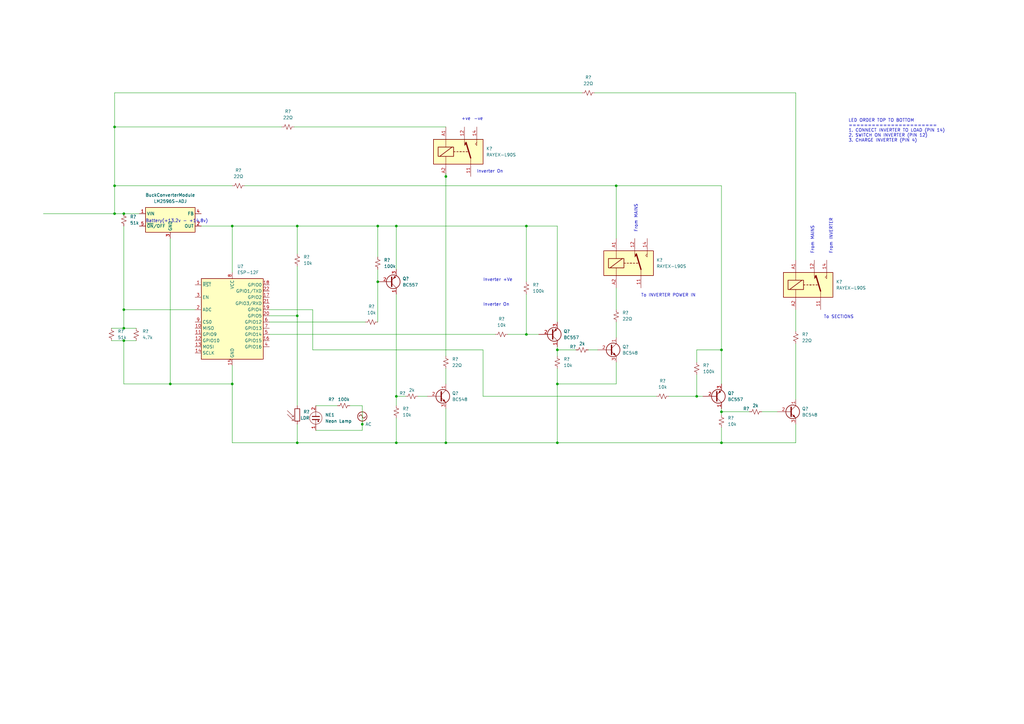
<source format=kicad_sch>
(kicad_sch (version 20211123) (generator eeschema)
  (paper "A3")
  (lib_symbols
    (symbol "Device:Lamp_Neon" (pin_names (offset 0.0254) hide)
      (property "Reference" "NE" (at 0.635 3.81 0))
      (property "Value" "Lamp_Neon" (at 0.635 -3.81 0))
      (symbol "Lamp_Neon_0_1"
        (rectangle (start -1.524 -0.508) (end 1.524 -0.762) (fill (type outline)))
        (rectangle (start -1.524 0.762) (end 1.524 0.508) (fill (type outline)))
        (polyline (pts (xy 0 -2.54) (xy 0 -0.762)))
        (polyline (pts (xy 0 0.762) (xy 0 2.54)))
        (circle (center 0 0) (radius 2.54))
        (circle (center 1.016 -1.27) (radius 0.254) (fill (type outline)))
      )
      (symbol "Lamp_Neon_1_1"
        (pin passive line (at 0 -5.08 90) (length 2.54) (name "~") (number "1"))
        (pin passive line (at 0 5.08 270) (length 2.54) (name "~") (number "2"))
      )
    )
    (symbol "Device:R_Small_US" (pin_numbers hide) (pin_names (offset 0.254) hide)
      (property "Reference" "R" (at 0.762 0.508 0))
      (property "Value" "R_Small_US" (at 0.762 -1.016 0))
      (symbol "R_Small_US_1_1"
        (polyline (pts (xy 0 0) (xy 1.016 -0.381) (xy 0 -0.762) (xy -1.016 -1.143) (xy 0 -1.524)))
        (polyline (pts (xy 0 1.524) (xy 1.016 1.143) (xy 0 0.762) (xy -1.016 0.381) (xy 0 0)))
        (pin passive line (at 0 2.54 270) (length 1.016) (name "~") (number "1"))
        (pin passive line (at 0 -2.54 90) (length 1.016) (name "~") (number "2"))
      )
    )
    (symbol "RF_Module:ESP-12F"
      (property "Reference" "U" (at -12.7 19.05 0))
      (property "Value" "ESP-12F" (at 12.7 19.05 0))
      (symbol "ESP-12F_0_1"
        (rectangle (start -12.7 17.78) (end 12.7 -15.24) (stroke (width 0.254)) (fill (type background)))
      )
      (symbol "ESP-12F_1_1"
        (pin input line (at -15.24 15.24 0) (length 2.54) (name "~{RST}") (number "1"))
        (pin bidirectional line (at -15.24 -2.54 0) (length 2.54) (name "MISO") (number "10"))
        (pin bidirectional line (at -15.24 -5.08 0) (length 2.54) (name "GPIO9") (number "11"))
        (pin bidirectional line (at -15.24 -7.62 0) (length 2.54) (name "GPIO10") (number "12"))
        (pin bidirectional line (at -15.24 -10.16 0) (length 2.54) (name "MOSI") (number "13"))
        (pin bidirectional line (at -15.24 -12.7 0) (length 2.54) (name "SCLK") (number "14"))
        (pin power_in line (at 0 -17.78 90) (length 2.54) (name "GND") (number "15"))
        (pin bidirectional line (at 15.24 -7.62 180) (length 2.54) (name "GPIO15") (number "16"))
        (pin bidirectional line (at 15.24 10.16 180) (length 2.54) (name "GPIO2") (number "17"))
        (pin bidirectional line (at 15.24 15.24 180) (length 2.54) (name "GPIO0") (number "18"))
        (pin bidirectional line (at 15.24 5.08 180) (length 2.54) (name "GPIO4") (number "19"))
        (pin input line (at -15.24 5.08 0) (length 2.54) (name "ADC") (number "2"))
        (pin bidirectional line (at 15.24 2.54 180) (length 2.54) (name "GPIO5") (number "20"))
        (pin bidirectional line (at 15.24 7.62 180) (length 2.54) (name "GPIO3/RXD") (number "21"))
        (pin bidirectional line (at 15.24 12.7 180) (length 2.54) (name "GPIO1/TXD") (number "22"))
        (pin input line (at -15.24 10.16 0) (length 2.54) (name "EN") (number "3"))
        (pin bidirectional line (at 15.24 -10.16 180) (length 2.54) (name "GPIO16") (number "4"))
        (pin bidirectional line (at 15.24 -5.08 180) (length 2.54) (name "GPIO14") (number "5"))
        (pin bidirectional line (at 15.24 0 180) (length 2.54) (name "GPIO12") (number "6"))
        (pin bidirectional line (at 15.24 -2.54 180) (length 2.54) (name "GPIO13") (number "7"))
        (pin power_in line (at 0 20.32 270) (length 2.54) (name "VCC") (number "8"))
        (pin input line (at -15.24 0 0) (length 2.54) (name "CS0") (number "9"))
      )
    )
    (symbol "Regulator_Switching:LM2596S-ADJ"
      (property "Reference" "U" (at -10.16 6.35 0))
      (property "Value" "LM2596S-ADJ" (at 0 6.35 0))
      (symbol "LM2596S-ADJ_0_1"
        (rectangle (start -10.16 5.08) (end 10.16 -5.08) (stroke (width 0.254)) (fill (type background)))
      )
      (symbol "LM2596S-ADJ_1_1"
        (pin power_in line (at -12.7 2.54 0) (length 2.54) (name "VIN") (number "1"))
        (pin output line (at 12.7 -2.54 180) (length 2.54) (name "OUT") (number "2"))
        (pin power_in line (at 0 -7.62 90) (length 2.54) (name "GND") (number "3"))
        (pin input line (at 12.7 2.54 180) (length 2.54) (name "FB") (number "4"))
        (pin input line (at -12.7 -2.54 0) (length 2.54) (name "~{ON}/OFF") (number "5"))
      )
    )
    (symbol "Relay:RAYEX-L90S"
      (property "Reference" "K" (at 11.43 3.81 0))
      (property "Value" "RAYEX-L90S" (at 11.43 1.27 0))
      (symbol "RAYEX-L90S_1_0"
        (polyline (pts (xy 2.54 3.81) (xy 2.54 5.08)))
        (polyline (pts (xy 7.62 3.81) (xy 7.62 5.08)))
        (polyline (pts (xy 7.62 3.81) (xy 7.62 2.54) (xy 6.985 3.175) (xy 7.62 3.81)))
      )
      (symbol "RAYEX-L90S_1_1"
        (rectangle (start -10.16 5.08) (end 10.16 -5.08) (stroke (width 0.254)) (fill (type background)))
        (rectangle (start -8.255 1.905) (end -1.905 -1.905) (stroke (width 0.254)))
        (polyline (pts (xy -7.62 -1.905) (xy -2.54 1.905)) (stroke (width 0.254)))
        (polyline (pts (xy -5.08 -5.08) (xy -5.08 -1.905)))
        (polyline (pts (xy -5.08 5.08) (xy -5.08 1.905)))
        (polyline (pts (xy -1.905 0) (xy -1.27 0)) (stroke (width 0.254)))
        (polyline (pts (xy -0.635 0) (xy 0 0)) (stroke (width 0.254)))
        (polyline (pts (xy 0.635 0) (xy 1.27 0)) (stroke (width 0.254)))
        (polyline (pts (xy 0.635 0) (xy 1.27 0)) (stroke (width 0.254)))
        (polyline (pts (xy 1.905 0) (xy 2.54 0)) (stroke (width 0.254)))
        (polyline (pts (xy 3.175 0) (xy 3.81 0)) (stroke (width 0.254)))
        (polyline (pts (xy 5.08 -2.54) (xy 3.175 3.81)) (stroke (width 0.508)))
        (polyline (pts (xy 5.08 -2.54) (xy 5.08 -5.08)))
        (polyline (pts (xy 2.54 2.54) (xy 3.175 3.175) (xy 2.54 3.81)) (fill (type outline)))
        (pin passive line (at 5.08 -10.16 90) (length 5.08) (name "~") (number "11"))
        (pin passive line (at 2.54 10.16 270) (length 5.08) (name "~") (number "12"))
        (pin passive line (at 7.62 10.16 270) (length 5.08) (name "~") (number "14"))
        (pin passive line (at -5.08 10.16 270) (length 5.08) (name "~") (number "A1"))
        (pin passive line (at -5.08 -10.16 90) (length 5.08) (name "~") (number "A2"))
      )
    )
    (symbol "Sensor_Optical:LDR03" (pin_numbers hide) (pin_names (offset 0))
      (property "Reference" "R" (at -5.08 0 90))
      (property "Value" "LDR03" (at 1.905 0 90))
      (symbol "LDR03_0_1"
        (rectangle (start -1.016 2.54) (end 1.016 -2.54) (stroke (width 0.254)))
        (polyline (pts (xy -1.524 -2.286) (xy -4.064 0.254)))
        (polyline (pts (xy -1.524 -2.286) (xy -2.286 -2.286)))
        (polyline (pts (xy -1.524 -2.286) (xy -1.524 -1.524)))
        (polyline (pts (xy -1.524 -0.762) (xy -4.064 1.778)))
        (polyline (pts (xy -1.524 -0.762) (xy -2.286 -0.762)))
        (polyline (pts (xy -1.524 -0.762) (xy -1.524 0)))
      )
      (symbol "LDR03_1_1"
        (pin passive line (at 0 3.81 270) (length 1.27) (name "~") (number "1"))
        (pin passive line (at 0 -3.81 90) (length 1.27) (name "~") (number "2"))
      )
    )
    (symbol "Transistor_BJT:BC548" (pin_names (offset 0) hide)
      (property "Reference" "Q" (at 5.08 1.905 0))
      (property "Value" "BC548" (at 5.08 0 0))
      (symbol "BC548_0_1"
        (polyline (pts (xy 0 0) (xy 0.635 0)))
        (polyline (pts (xy 0.635 0.635) (xy 2.54 2.54)))
        (polyline (pts (xy 0.635 -0.635) (xy 2.54 -2.54) (xy 2.54 -2.54)))
        (polyline (pts (xy 0.635 1.905) (xy 0.635 -1.905) (xy 0.635 -1.905)) (stroke (width 0.508)))
        (polyline (pts (xy 1.27 -1.778) (xy 1.778 -1.27) (xy 2.286 -2.286) (xy 1.27 -1.778) (xy 1.27 -1.778)) (fill (type outline)))
        (circle (center 1.27 0) (radius 2.8194) (stroke (width 0.254)))
      )
      (symbol "BC548_1_1"
        (pin passive line (at 2.54 5.08 270) (length 2.54) (name "C") (number "1"))
        (pin input line (at -5.08 0 0) (length 5.08) (name "B") (number "2"))
        (pin passive line (at 2.54 -5.08 90) (length 2.54) (name "E") (number "3"))
      )
    )
    (symbol "Transistor_BJT:BC557" (pin_names (offset 0) hide)
      (property "Reference" "Q" (at 5.08 1.905 0))
      (property "Value" "BC557" (at 5.08 0 0))
      (symbol "BC557_0_1"
        (polyline (pts (xy 0.635 0.635) (xy 2.54 2.54)))
        (polyline (pts (xy 0.635 -0.635) (xy 2.54 -2.54) (xy 2.54 -2.54)))
        (polyline (pts (xy 0.635 1.905) (xy 0.635 -1.905) (xy 0.635 -1.905)) (stroke (width 0.508)))
        (polyline (pts (xy 2.286 -1.778) (xy 1.778 -2.286) (xy 1.27 -1.27) (xy 2.286 -1.778) (xy 2.286 -1.778)) (fill (type outline)))
        (circle (center 1.27 0) (radius 2.8194) (stroke (width 0.254)))
      )
      (symbol "BC557_1_1"
        (pin passive line (at 2.54 5.08 270) (length 2.54) (name "C") (number "1"))
        (pin input line (at -5.08 0 0) (length 5.715) (name "B") (number "2"))
        (pin passive line (at 2.54 -5.08 90) (length 2.54) (name "E") (number "3"))
      )
    )
    (symbol "power:AC" (power) (pin_names (offset 0))
      (property "Value" "AC" (at 0 6.35 0))
      (symbol "AC_0_1"
        (polyline (pts (xy 0 0) (xy 0 1.27)))
        (arc (start 0 3.175) (mid -0.635 3.81) (end -1.27 3.175) (stroke (width 0.254)))
        (arc (start 0 3.175) (mid 0.635 2.54) (end 1.27 3.175) (stroke (width 0.254)))
        (circle (center 0 3.175) (radius 1.905) (stroke (width 0.254)))
      )
      (symbol "AC_1_1"
        (pin power_in line (at 0 0 90) (length 0) hide (name "AC") (number "1"))
      )
    )
  )
  (junction (at 50.8 127))
  (junction (at 295.91 181.61))
  (junction (at 162.56 92.71))
  (junction (at 285.75 162.56))
  (junction (at 215.9 92.71))
  (junction (at 154.94 92.71))
  (junction (at 95.25 157.48))
  (junction (at 154.94 115.57))
  (junction (at 162.56 181.61))
  (junction (at 295.91 168.91))
  (junction (at 69.85 157.48))
  (junction (at 121.92 92.71))
  (junction (at 46.99 76.2))
  (junction (at 228.6 157.48))
  (junction (at 95.25 92.71))
  (junction (at 46.99 52.07))
  (junction (at 182.88 181.61))
  (junction (at 50.8 134.62))
  (junction (at 228.6 181.61))
  (junction (at 46.99 87.63))
  (junction (at 182.88 72.39))
  (junction (at 50.8 87.63))
  (junction (at 162.56 162.56))
  (junction (at 252.73 76.2))
  (junction (at 295.91 143.51))
  (junction (at 121.92 181.61))
  (junction (at 148.59 173.99))
  (junction (at 50.8 139.7))
  (junction (at 228.6 143.51))
  (junction (at 121.92 129.54))
  (junction (at 215.9 137.16))
  (wire (pts (xy 110.49 127) (xy 128.27 127)))
  (wire (pts (xy 252.73 76.2) (xy 252.73 97.79)))
  (wire (pts (xy 82.55 92.71) (xy 95.25 92.71)))
  (wire (pts (xy 50.8 87.63) (xy 57.15 87.63)))
  (wire (pts (xy 295.91 168.91) (xy 295.91 170.18)))
  (wire (pts (xy 95.25 149.86) (xy 95.25 157.48)))
  (wire (pts (xy 46.99 76.2) (xy 46.99 52.07)))
  (wire (pts (xy 121.92 173.99) (xy 121.92 181.61)))
  (wire (pts (xy 120.65 52.07) (xy 182.88 52.07)))
  (wire (pts (xy 95.25 92.71) (xy 95.25 111.76)))
  (wire (pts (xy 228.6 92.71) (xy 228.6 132.08)))
  (wire (pts (xy 46.99 76.2) (xy 95.25 76.2)))
  (wire (pts (xy 154.94 105.41) (xy 154.94 92.71)))
  (wire (pts (xy 252.73 132.08) (xy 252.73 138.43)))
  (wire (pts (xy 50.8 139.7) (xy 55.88 139.7)))
  (wire (pts (xy 285.75 153.67) (xy 285.75 162.56)))
  (wire (pts (xy 198.12 143.51) (xy 128.27 143.51)))
  (wire (pts (xy 50.8 92.71) (xy 50.8 127)))
  (wire (pts (xy 154.94 110.49) (xy 154.94 115.57)))
  (wire (pts (xy 154.94 115.57) (xy 154.94 132.08)))
  (wire (pts (xy 228.6 157.48) (xy 252.73 157.48)))
  (wire (pts (xy 162.56 92.71) (xy 162.56 110.49)))
  (wire (pts (xy 228.6 142.24) (xy 228.6 143.51)))
  (wire (pts (xy 326.39 140.97) (xy 326.39 163.83)))
  (wire (pts (xy 46.99 76.2) (xy 46.99 87.63)))
  (wire (pts (xy 228.6 181.61) (xy 295.91 181.61)))
  (wire (pts (xy 95.25 92.71) (xy 121.92 92.71)))
  (wire (pts (xy 148.59 176.53) (xy 148.59 173.99)))
  (wire (pts (xy 45.72 139.7) (xy 50.8 139.7)))
  (wire (pts (xy 162.56 92.71) (xy 215.9 92.71)))
  (wire (pts (xy 269.24 162.56) (xy 198.12 162.56)))
  (wire (pts (xy 50.8 127) (xy 50.8 134.62)))
  (wire (pts (xy 121.92 181.61) (xy 162.56 181.61)))
  (wire (pts (xy 162.56 181.61) (xy 182.88 181.61)))
  (wire (pts (xy 121.92 92.71) (xy 154.94 92.71)))
  (wire (pts (xy 215.9 92.71) (xy 228.6 92.71)))
  (wire (pts (xy 326.39 38.1) (xy 326.39 106.68)))
  (wire (pts (xy 208.28 137.16) (xy 215.9 137.16)))
  (wire (pts (xy 162.56 162.56) (xy 166.37 162.56)))
  (wire (pts (xy 121.92 109.22) (xy 121.92 129.54)))
  (wire (pts (xy 46.99 52.07) (xy 115.57 52.07)))
  (wire (pts (xy 162.56 120.65) (xy 162.56 162.56)))
  (wire (pts (xy 252.73 148.59) (xy 252.73 157.48)))
  (wire (pts (xy 50.8 127) (xy 80.01 127)))
  (wire (pts (xy 285.75 143.51) (xy 295.91 143.51)))
  (wire (pts (xy 295.91 181.61) (xy 326.39 181.61)))
  (wire (pts (xy 228.6 143.51) (xy 228.6 146.05)))
  (wire (pts (xy 312.42 168.91) (xy 318.77 168.91)))
  (wire (pts (xy 182.88 167.64) (xy 182.88 181.61)))
  (wire (pts (xy 295.91 167.64) (xy 295.91 168.91)))
  (wire (pts (xy 129.54 176.53) (xy 148.59 176.53)))
  (wire (pts (xy 95.25 181.61) (xy 121.92 181.61)))
  (wire (pts (xy 326.39 127) (xy 326.39 135.89)))
  (wire (pts (xy 295.91 76.2) (xy 295.91 143.51)))
  (wire (pts (xy 110.49 129.54) (xy 121.92 129.54)))
  (wire (pts (xy 215.9 137.16) (xy 220.98 137.16)))
  (wire (pts (xy 129.54 166.37) (xy 138.43 166.37)))
  (wire (pts (xy 252.73 118.11) (xy 252.73 127)))
  (wire (pts (xy 182.88 151.13) (xy 182.88 157.48)))
  (wire (pts (xy 46.99 87.63) (xy 50.8 87.63)))
  (wire (pts (xy 252.73 76.2) (xy 295.91 76.2)))
  (wire (pts (xy 143.51 166.37) (xy 148.59 166.37)))
  (wire (pts (xy 45.72 134.62) (xy 50.8 134.62)))
  (wire (pts (xy 228.6 157.48) (xy 228.6 151.13)))
  (wire (pts (xy 100.33 76.2) (xy 252.73 76.2)))
  (wire (pts (xy 215.9 120.65) (xy 215.9 137.16)))
  (wire (pts (xy 121.92 92.71) (xy 121.92 104.14)))
  (wire (pts (xy 182.88 72.39) (xy 182.88 146.05)))
  (wire (pts (xy 228.6 143.51) (xy 236.22 143.51)))
  (wire (pts (xy 50.8 157.48) (xy 69.85 157.48)))
  (wire (pts (xy 285.75 148.59) (xy 285.75 143.51)))
  (wire (pts (xy 162.56 171.45) (xy 162.56 181.61)))
  (wire (pts (xy 148.59 166.37) (xy 148.59 173.99)))
  (wire (pts (xy 121.92 129.54) (xy 121.92 166.37)))
  (wire (pts (xy 46.99 52.07) (xy 46.99 38.1)))
  (wire (pts (xy 182.88 181.61) (xy 228.6 181.61)))
  (wire (pts (xy 171.45 162.56) (xy 175.26 162.56)))
  (wire (pts (xy 198.12 162.56) (xy 198.12 143.51)))
  (wire (pts (xy 46.99 38.1) (xy 238.76 38.1)))
  (wire (pts (xy 274.32 162.56) (xy 285.75 162.56)))
  (wire (pts (xy 243.84 38.1) (xy 326.39 38.1)))
  (wire (pts (xy 110.49 132.08) (xy 149.86 132.08)))
  (wire (pts (xy 295.91 168.91) (xy 307.34 168.91)))
  (wire (pts (xy 50.8 139.7) (xy 50.8 157.48)))
  (wire (pts (xy 241.3 143.51) (xy 245.11 143.51)))
  (wire (pts (xy 50.8 134.62) (xy 55.88 134.62)))
  (wire (pts (xy 215.9 92.71) (xy 215.9 115.57)))
  (wire (pts (xy 182.88 71.12) (xy 182.88 72.39)))
  (wire (pts (xy 228.6 181.61) (xy 228.6 157.48)))
  (wire (pts (xy 326.39 181.61) (xy 326.39 173.99)))
  (wire (pts (xy 154.94 92.71) (xy 162.56 92.71)))
  (wire (pts (xy 285.75 162.56) (xy 288.29 162.56)))
  (wire (pts (xy 128.27 127) (xy 128.27 143.51)))
  (wire (pts (xy 295.91 143.51) (xy 295.91 157.48)))
  (wire (pts (xy 110.49 137.16) (xy 203.2 137.16)))
  (wire (pts (xy 295.91 181.61) (xy 295.91 175.26)))
  (wire (pts (xy 69.85 157.48) (xy 95.25 157.48)))
  (wire (pts (xy 162.56 162.56) (xy 162.56 166.37)))
  (wire (pts (xy 17.78 87.63) (xy 46.99 87.63)))
  (wire (pts (xy 69.85 97.79) (xy 69.85 157.48)))
  (wire (pts (xy 95.25 181.61) (xy 95.25 157.48)))
  (text "Inverter On" (at 195.58 71.12 0) (effects (font (size 1.27 1.27)) (justify left bottom)))
  (text "Inverter On" (at 198.12 125.73 0) (effects (font (size 1.27 1.27)) (justify left bottom)))
  (text "From MAINS" (at 261.62 95.25 90) (effects (font (size 1.27 1.27)) (justify left bottom)))
  (text "LED ORDER TOP TO BOTTOM\n=======================\n1. CONNECT INVERTER TO LOAD (PIN 14)\n2. SWITCH ON INVERTER (PIN 12)\n3. CHARGE INVERTER (PIN 4)\n" (at 347.98 58.42 0) (effects (font (size 1.27 1.27)) (justify left bottom)))
  (text "From INVERTER" (at 341.63 104.14 90) (effects (font (size 1.27 1.27)) (justify left bottom)))
  (text "+ve" (at 189.23 49.53 0) (effects (font (size 1.27 1.27)) (justify left bottom)))
  (text "Battery(+13.2v - +14.8v)" (at 59.69 91.44 0) (effects (font (size 1.27 1.27)) (justify left bottom)))
  (text "From MAINS" (at 334.01 104.14 90) (effects (font (size 1.27 1.27)) (justify left bottom)))
  (text "To SECTIONS" (at 337.82 130.81 0) (effects (font (size 1.27 1.27)) (justify left bottom)))
  (text "Inverter +Ve" (at 198.12 115.57 0) (effects (font (size 1.27 1.27)) (justify left bottom)))
  (text "To INVERTER POWER IN" (at 262.89 121.92 0) (effects (font (size 1.27 1.27)) (justify left bottom)))
  (text "-ve" (at 194.31 49.53 0) (effects (font (size 1.27 1.27)) (justify left bottom)))
  (symbol (lib_id "Device:R_Small_US") (at 182.88 148.59 180) (unit 1)
    (property "Reference" "R?" (at 185.42 147.3199 0) (effects (justify right)))
    (property "Value" "22Ω" (at 185.42 149.8599 0) (effects (justify right)))
  )
  (symbol (lib_id "Device:R_Small_US") (at 228.6 148.59 0) (unit 1)
    (property "Reference" "R?" (at 231.14 147.3199 0) (effects (justify left)))
    (property "Value" "10k" (at 231.14 149.8599 0) (effects (justify left)))
  )
  (symbol (lib_id "power:AC") (at 148.59 173.99 0) (unit 1)
    (property "Reference" "#PWR?" (effects hide))
    (property "Value" "AC" (at 151.13 173.99 0))
  )
  (symbol (lib_id "Device:R_Small_US") (at 241.3 38.1 90) (unit 1)
    (property "Reference" "R?" (at 241.3 31.75 90))
    (property "Value" "22Ω" (at 241.3 34.29 90))
  )
  (symbol (lib_id "Regulator_Switching:LM2596S-ADJ") (at 69.85 90.17 0) (unit 1)
    (property "Reference" "BuckConverterModule" (at 69.85 80.01 0))
    (property "Value" "LM2596S-ADJ" (at 69.85 82.55 0))
    (property "Footprint" "Package_TO_SOT_SMD:TO-263-5_TabPin3" (effects hide))
    (property "Datasheet" "http://www.ti.com/lit/ds/symlink/lm2596.pdf" (effects hide))
  )
  (symbol (lib_id "Transistor_BJT:BC557") (at 226.06 137.16 0) (mirror x) (unit 1)
    (property "Reference" "Q?" (at 231.14 135.8899 0) (effects (justify left)))
    (property "Value" "BC557" (at 231.14 138.4299 0) (effects (justify left)))
    (property "Footprint" "Package_TO_SOT_THT:TO-92_Inline" (effects hide))
    (property "Datasheet" "https://www.onsemi.com/pub/Collateral/BC556BTA-D.pdf" (effects hide))
  )
  (symbol (lib_id "Device:R_Small_US") (at 140.97 166.37 270) (unit 1)
    (property "Reference" "R?" (at 135.89 163.83 90))
    (property "Value" "100k" (at 140.97 163.83 90))
  )
  (symbol (lib_id "Device:R_Small_US") (at 97.79 76.2 90) (unit 1)
    (property "Reference" "R?" (at 97.79 69.85 90))
    (property "Value" "22Ω" (at 97.79 72.39 90))
  )
  (symbol (lib_id "Device:R_Small_US") (at 152.4 132.08 90) (unit 1)
    (property "Reference" "R?" (at 152.4 125.73 90))
    (property "Value" "10k" (at 152.4 128.27 90))
  )
  (symbol (lib_id "Device:R_Small_US") (at 168.91 162.56 90) (unit 1)
    (property "Reference" "R?" (at 165.1 161.29 90))
    (property "Value" "2k" (at 168.91 160.02 90))
  )
  (symbol (lib_id "Device:R_Small_US") (at 295.91 172.72 0) (unit 1)
    (property "Reference" "R?" (at 298.45 171.4499 0) (effects (justify left)))
    (property "Value" "10k" (at 298.45 173.9899 0) (effects (justify left)))
  )
  (symbol (lib_id "Relay:RAYEX-L90S") (at 331.47 116.84 0) (unit 1)
    (property "Reference" "K?" (at 342.9 115.5699 0) (effects (justify left)))
    (property "Value" "RAYEX-L90S" (at 342.9 118.1099 0) (effects (justify left)))
    (property "Footprint" "Relay_THT:Relay_SPDT_RAYEX-L90S" (effects hide))
    (property "Datasheet" "https://a3.sofastcdn.com/attachment/7jioKBjnRiiSrjrjknRiwS77gwbf3zmp/L90-SERIES.pdf" (effects hide))
  )
  (symbol (lib_id "Device:R_Small_US") (at 309.88 168.91 90) (unit 1)
    (property "Reference" "R?" (at 306.07 167.64 90))
    (property "Value" "2k" (at 309.88 166.37 90))
  )
  (symbol (lib_id "Device:R_Small_US") (at 205.74 137.16 90) (unit 1)
    (property "Reference" "R?" (at 205.74 130.81 90))
    (property "Value" "10k" (at 205.74 133.35 90))
  )
  (symbol (lib_id "Device:R_Small_US") (at 252.73 129.54 180) (unit 1)
    (property "Reference" "R?" (at 255.27 128.2699 0) (effects (justify right)))
    (property "Value" "22Ω" (at 255.27 130.8099 0) (effects (justify right)))
  )
  (symbol (lib_id "Device:R_Small_US") (at 326.39 138.43 180) (unit 1)
    (property "Reference" "R?" (at 328.93 137.1599 0) (effects (justify right)))
    (property "Value" "22Ω" (at 328.93 139.6999 0) (effects (justify right)))
  )
  (symbol (lib_id "Device:Lamp_Neon") (at 129.54 171.45 0) (unit 1)
    (property "Reference" "NE1" (at 133.35 170.1799 0) (effects (justify left)))
    (property "Value" "Neon Lamp" (at 133.35 172.7199 0) (effects (justify left)))
  )
  (symbol (lib_id "Device:R_Small_US") (at 50.8 90.17 0) (unit 1)
    (property "Reference" "R?" (at 53.34 88.8999 0) (effects (justify left)))
    (property "Value" "51k" (at 53.34 91.4399 0) (effects (justify left)))
  )
  (symbol (lib_id "Relay:RAYEX-L90S") (at 257.81 107.95 0) (unit 1)
    (property "Reference" "K?" (at 269.24 106.6799 0) (effects (justify left)))
    (property "Value" "RAYEX-L90S" (at 269.24 109.2199 0) (effects (justify left)))
    (property "Footprint" "Relay_THT:Relay_SPDT_RAYEX-L90S" (effects hide))
    (property "Datasheet" "https://a3.sofastcdn.com/attachment/7jioKBjnRiiSrjrjknRiwS77gwbf3zmp/L90-SERIES.pdf" (effects hide))
  )
  (symbol (lib_id "Transistor_BJT:BC548") (at 180.34 162.56 0) (unit 1)
    (property "Reference" "Q?" (at 185.42 161.2899 0) (effects (justify left)))
    (property "Value" "BC548" (at 185.42 163.8299 0) (effects (justify left)))
    (property "Footprint" "Package_TO_SOT_THT:TO-92_Inline" (effects hide))
    (property "Datasheet" "https://www.onsemi.com/pub/Collateral/BC550-D.pdf" (effects hide))
  )
  (symbol (lib_id "Device:R_Small_US") (at 238.76 143.51 90) (unit 1)
    (property "Reference" "R?" (at 234.95 142.24 90))
    (property "Value" "2k" (at 238.76 140.97 90))
  )
  (symbol (lib_id "Transistor_BJT:BC548") (at 323.85 168.91 0) (unit 1)
    (property "Reference" "Q?" (at 328.93 167.6399 0) (effects (justify left)))
    (property "Value" "BC548" (at 328.93 170.1799 0) (effects (justify left)))
    (property "Footprint" "Package_TO_SOT_THT:TO-92_Inline" (effects hide))
    (property "Datasheet" "https://www.onsemi.com/pub/Collateral/BC550-D.pdf" (effects hide))
  )
  (symbol (lib_id "Device:R_Small_US") (at 162.56 168.91 0) (unit 1)
    (property "Reference" "R?" (at 165.1 167.6399 0) (effects (justify left)))
    (property "Value" "10k" (at 165.1 170.1799 0) (effects (justify left)))
  )
  (symbol (lib_id "Device:R_Small_US") (at 55.88 137.16 0) (unit 1)
    (property "Reference" "R?" (at 58.42 135.8899 0) (effects (justify left)))
    (property "Value" "4.7k" (at 58.42 138.4299 0) (effects (justify left)))
  )
  (symbol (lib_id "Transistor_BJT:BC557") (at 160.02 115.57 0) (mirror x) (unit 1)
    (property "Reference" "Q?" (at 165.1 114.2999 0) (effects (justify left)))
    (property "Value" "BC557" (at 165.1 116.8399 0) (effects (justify left)))
    (property "Footprint" "Package_TO_SOT_THT:TO-92_Inline" (effects hide))
    (property "Datasheet" "https://www.onsemi.com/pub/Collateral/BC556BTA-D.pdf" (effects hide))
  )
  (symbol (lib_id "Device:R_Small_US") (at 118.11 52.07 90) (unit 1)
    (property "Reference" "R?" (at 118.11 45.72 90))
    (property "Value" "22Ω" (at 118.11 48.26 90))
  )
  (symbol (lib_id "Device:R_Small_US") (at 154.94 107.95 180) (unit 1)
    (property "Reference" "R?" (at 157.48 106.6799 0) (effects (justify right)))
    (property "Value" "100k" (at 157.48 109.2199 0) (effects (justify right)))
  )
  (symbol (lib_id "Device:R_Small_US") (at 215.9 118.11 180) (unit 1)
    (property "Reference" "R?" (at 218.44 116.8399 0) (effects (justify right)))
    (property "Value" "100k" (at 218.44 119.3799 0) (effects (justify right)))
  )
  (symbol (lib_id "Transistor_BJT:BC548") (at 250.19 143.51 0) (unit 1)
    (property "Reference" "Q?" (at 255.27 142.2399 0) (effects (justify left)))
    (property "Value" "BC548" (at 255.27 144.7799 0) (effects (justify left)))
    (property "Footprint" "Package_TO_SOT_THT:TO-92_Inline" (effects hide))
    (property "Datasheet" "https://www.onsemi.com/pub/Collateral/BC550-D.pdf" (effects hide))
  )
  (symbol (lib_id "Sensor_Optical:LDR03") (at 121.92 170.18 0) (unit 1)
    (property "Reference" "R?" (at 124.46 168.9099 0) (effects (justify left)))
    (property "Value" "LDR" (at 123.19 171.45 0) (effects (justify left)))
    (property "Footprint" "OptoDevice:R_LDR_10x8.5mm_P7.6mm_Vertical" (effects hide))
    (property "Datasheet" "http://www.elektronica-componenten.nl/WebRoot/StoreNL/Shops/61422969/54F1/BA0C/C664/31B9/2173/C0A8/2AB9/2AEF/LDR03IMP.pdf" (effects hide))
  )
  (symbol (lib_id "Device:R_Small_US") (at 121.92 106.68 0) (unit 1)
    (property "Reference" "R?" (at 124.46 105.4099 0) (effects (justify left)))
    (property "Value" "10k" (at 124.46 107.9499 0) (effects (justify left)))
  )
  (symbol (lib_id "Device:R_Small_US") (at 45.72 137.16 0) (unit 1)
    (property "Reference" "R?" (at 48.26 135.8899 0) (effects (justify left)))
    (property "Value" "51k" (at 48.26 138.4299 0) (effects (justify left)))
  )
  (symbol (lib_id "RF_Module:ESP-12F") (at 95.25 132.08 0) (unit 1)
    (property "Reference" "U?" (at 97.2694 109.22 0) (effects (justify left)))
    (property "Value" "ESP-12F" (at 97.2694 111.76 0) (effects (justify left)))
    (property "Footprint" "RF_Module:ESP-12E" (effects hide))
    (property "Datasheet" "http://wiki.ai-thinker.com/_media/esp8266/esp8266_series_modules_user_manual_v1.1.pdf" (effects hide))
  )
  (symbol (lib_id "Device:R_Small_US") (at 271.78 162.56 90) (unit 1)
    (property "Reference" "R?" (at 271.78 156.21 90))
    (property "Value" "10k" (at 271.78 158.75 90))
  )
  (symbol (lib_id "Device:R_Small_US") (at 285.75 151.13 180) (unit 1)
    (property "Reference" "R?" (at 288.29 149.8599 0) (effects (justify right)))
    (property "Value" "100k" (at 288.29 152.3999 0) (effects (justify right)))
  )
  (symbol (lib_id "Relay:RAYEX-L90S") (at 187.96 62.23 0) (unit 1)
    (property "Reference" "K?" (at 199.39 60.9599 0) (effects (justify left)))
    (property "Value" "RAYEX-L90S" (at 199.39 63.4999 0) (effects (justify left)))
    (property "Footprint" "Relay_THT:Relay_SPDT_RAYEX-L90S" (effects hide))
    (property "Datasheet" "https://a3.sofastcdn.com/attachment/7jioKBjnRiiSrjrjknRiwS77gwbf3zmp/L90-SERIES.pdf" (effects hide))
  )
  (symbol (lib_id "Transistor_BJT:BC557") (at 293.37 162.56 0) (mirror x) (unit 1)
    (property "Reference" "Q?" (at 298.45 161.2899 0) (effects (justify left)))
    (property "Value" "BC557" (at 298.45 163.8299 0) (effects (justify left)))
    (property "Footprint" "Package_TO_SOT_THT:TO-92_Inline" (effects hide))
    (property "Datasheet" "https://www.onsemi.com/pub/Collateral/BC556BTA-D.pdf" (effects hide))
  )
)
</source>
